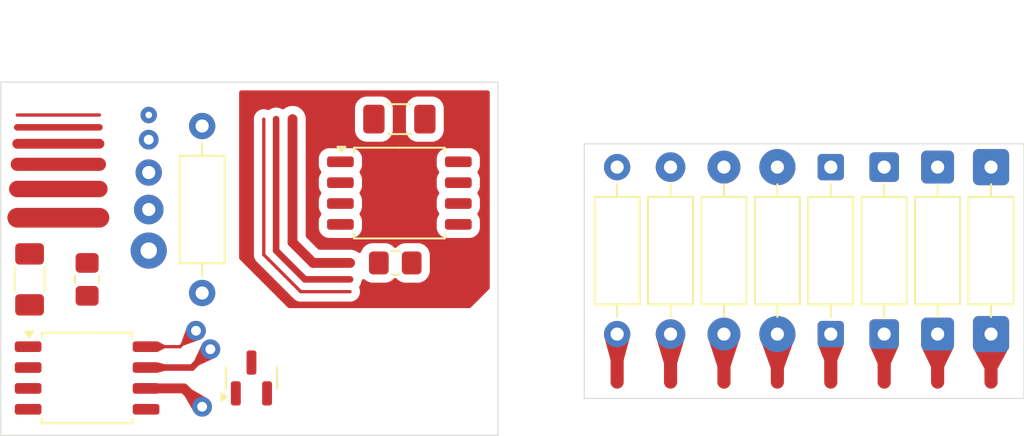
<source format=kicad_pcb>
(kicad_pcb (version 20241229) (generator "pcbnew") (generator_version "9.0")
  (layers (0 "F.Cu" signal) (2 "B.Cu" signal) (13 "F.Paste" user) (15 "B.Paste" user) (5 "F.SilkS" user "F.Silkscreen") (7 "B.SilkS" user "B.Silkscreen") (1 "F.Mask" user) (3 "B.Mask" user) (25 "Edge.Cuts" user))
  (net 0 "")
  (footprint "Resistor_SMD:R_1206_3216Metric_Pad1.30x1.75mm_HandSolder" (layer "F.Cu") (at 150.25 72.25 180)
    (property "Reference" "REF**" (hide yes))
    (property "Value" "R_1206_3216Metric_Pad1.30x1.75mm_HandSolder" (hide yes))
    (fp_line (start -0.727064 0.91) (end 0.727064 0.91) (stroke (width 0.12)) (layer "F.SilkS"))
    (fp_line (start -0.727064 -0.91) (end 0.727064 -0.91) (stroke (width 0.12)) (layer "F.SilkS"))
    (pad "1" smd roundrect (at -1.55 0 180) (size 1.3 1.75) (layers "F.Cu" "F.Mask" "F.Paste") (roundrect_rratio 0.192308))
    (pad "2" smd roundrect (at 1.55 0 180) (size 1.3 1.75) (layers "F.Cu" "F.Mask" "F.Paste") (roundrect_rratio 0.192308))
  )
  (footprint "Resistor_THT:R_Axial_DIN0207_L6.3mm_D2.5mm_P10.16mm_Horizontal" (layer "F.Cu") (at 163.5 85.33 90)
    (property "Reference" "REF**" (hide yes))
    (property "Value" "R_Axial_DIN0207_L6.3mm_D2.5mm_P10.16mm_Horizontal" (hide yes))
    (fp_line (start 9.12 0) (end 8.35 0) (stroke (width 0.12)) (layer "F.SilkS"))
    (fp_line (start 1.04 0) (end 1.81 0) (stroke (width 0.12)) (layer "F.SilkS"))
    (fp_rect (start 1.81 -1.37) (end 8.35 1.37) (stroke (width 0.12)) (fill no) (layer "F.SilkS"))
    (pad "1" thru_hole circle (at 0 0 90) (size 1.6 1.6) (drill 0.8) (layers "*.Cu" "*.Mask"))
    (pad "2" thru_hole circle (at 10.16 0 90) (size 1.6 1.6) (drill 0.8) (layers "*.Cu" "*.Mask"))
  )
  (footprint "Resistor_SMD:R_0805_2012Metric_Pad1.20x1.40mm_HandSolder" (layer "F.Cu") (at 150 81 180)
    (property "Reference" "REF**" (hide yes))
    (property "Value" "R_0805_2012Metric_Pad1.20x1.40mm_HandSolder" (hide yes))
    (fp_line (start -0.227064 0.735) (end 0.227064 0.735) (stroke (width 0.12)) (layer "F.SilkS"))
    (fp_line (start -0.227064 -0.735) (end 0.227064 -0.735) (stroke (width 0.12)) (layer "F.SilkS"))
    (pad "1" smd roundrect (at -1 0 180) (size 1.2 1.4) (layers "F.Cu" "F.Mask" "F.Paste") (roundrect_rratio 0.208333))
    (pad "2" smd roundrect (at 1 0 180) (size 1.2 1.4) (layers "F.Cu" "F.Mask" "F.Paste") (roundrect_rratio 0.208333))
  )
  (footprint "Resistor_THT:R_Axial_DIN0207_L6.3mm_D2.5mm_P10.16mm_Horizontal" (layer "F.Cu") (at 186.25 85.33 90)
    (property "Reference" "REF**" (hide yes))
    (property "Value" "R_Axial_DIN0207_L6.3mm_D2.5mm_P10.16mm_Horizontal" (hide yes))
    (fp_line (start 9.12 0) (end 8.35 0) (stroke (width 0.12)) (layer "F.SilkS"))
    (fp_line (start 1.04 0) (end 1.81 0) (stroke (width 0.12)) (layer "F.SilkS"))
    (fp_rect (start 1.81 -1.37) (end 8.35 1.37) (stroke (width 0.12)) (fill no) (layer "F.SilkS"))
    (pad "1" thru_hole roundrect (at 0 0 90) (size 2.2 2.2) (drill 0.8) (layers "*.Cu" "*.Mask") (roundrect_rratio 0.15625))
    (pad "2" thru_hole roundrect (at 10.16 0 90) (size 2.2 2.2) (drill 0.8) (layers "*.Cu" "*.Mask") (roundrect_rratio 0.15625))
  )
  (footprint "Package_SO:SOIC-8_5.3x5.3mm_P1.27mm" (layer "F.Cu") (at 150.25 76.75)
    (property "Reference" "REF**" (hide yes))
    (property "Value" "SOIC-8_5.3x5.3mm_P1.27mm" (hide yes))
    (fp_line (start -2.76 -2.76) (end -2.76 -2.49) (stroke (width 0.12)) (layer "F.SilkS"))
    (fp_line (start -2.76 2.76) (end -2.76 2.49) (stroke (width 0.12)) (layer "F.SilkS"))
    (fp_line (start 0 -2.76) (end -2.76 -2.76) (stroke (width 0.12)) (layer "F.SilkS"))
    (fp_line (start 0 -2.76) (end 2.76 -2.76) (stroke (width 0.12)) (layer "F.SilkS"))
    (fp_line (start 0 2.76) (end -2.76 2.76) (stroke (width 0.12)) (layer "F.SilkS"))
    (fp_line (start 0 2.76) (end 2.76 2.76) (stroke (width 0.12)) (layer "F.SilkS"))
    (fp_line (start 2.76 -2.76) (end 2.76 -2.49) (stroke (width 0.12)) (layer "F.SilkS"))
    (fp_line (start 2.76 2.76) (end 2.76 2.49) (stroke (width 0.12)) (layer "F.SilkS"))
    (fp_poly (pts (xy -3.525 -2.49) (xy -3.765 -2.82) (xy -3.285 -2.82)) (stroke (width 0.12)) (fill yes) (layer "F.SilkS"))
    (pad "1" smd roundrect (at -3.5875 -1.905) (size 1.625 0.65) (layers "F.Cu" "F.Mask" "F.Paste"))
    (pad "2" smd roundrect (at -3.5875 -0.635) (size 1.625 0.65) (layers "F.Cu" "F.Mask" "F.Paste"))
    (pad "3" smd roundrect (at -3.5875 0.635) (size 1.625 0.65) (layers "F.Cu" "F.Mask" "F.Paste"))
    (pad "4" smd roundrect (at -3.5875 1.905) (size 1.625 0.65) (layers "F.Cu" "F.Mask" "F.Paste"))
    (pad "5" smd roundrect (at 3.5875 1.905) (size 1.625 0.65) (layers "F.Cu" "F.Mask" "F.Paste"))
    (pad "6" smd roundrect (at 3.5875 0.635) (size 1.625 0.65) (layers "F.Cu" "F.Mask" "F.Paste"))
    (pad "7" smd roundrect (at 3.5875 -0.635) (size 1.625 0.65) (layers "F.Cu" "F.Mask" "F.Paste"))
    (pad "8" smd roundrect (at 3.5875 -1.905) (size 1.625 0.65) (layers "F.Cu" "F.Mask" "F.Paste"))
  )
  (footprint "Resistor_THT:R_Axial_DIN0207_L6.3mm_D2.5mm_P10.16mm_Horizontal" (layer "F.Cu") (at 183 85.33 90)
    (property "Reference" "REF**" (hide yes))
    (property "Value" "R_Axial_DIN0207_L6.3mm_D2.5mm_P10.16mm_Horizontal" (hide yes))
    (fp_line (start 9.12 0) (end 8.35 0) (stroke (width 0.12)) (layer "F.SilkS"))
    (fp_line (start 1.04 0) (end 1.81 0) (stroke (width 0.12)) (layer "F.SilkS"))
    (fp_rect (start 1.81 -1.37) (end 8.35 1.37) (stroke (width 0.12)) (fill no) (layer "F.SilkS"))
    (pad "1" thru_hole roundrect (at 0 0 90) (size 2 2) (drill 0.8) (layers "*.Cu" "*.Mask") (roundrect_rratio 0.15625))
    (pad "2" thru_hole roundrect (at 10.16 0 90) (size 2 2) (drill 0.8) (layers "*.Cu" "*.Mask") (roundrect_rratio 0.15625))
  )
  (footprint "Resistor_SMD:R_0805_2012Metric_Pad1.20x1.40mm_HandSolder" (layer "F.Cu") (at 131.25 82 90)
    (property "Reference" "REF**" (hide yes))
    (property "Value" "R_0805_2012Metric_Pad1.20x1.40mm_HandSolder" (hide yes))
    (fp_line (start -0.227064 -0.735) (end 0.227064 -0.735) (stroke (width 0.12)) (layer "F.SilkS"))
    (fp_line (start -0.227064 0.735) (end 0.227064 0.735) (stroke (width 0.12)) (layer "F.SilkS"))
    (pad "1" smd roundrect (at -1 0 90) (size 1.2 1.4) (layers "F.Cu" "F.Mask" "F.Paste") (roundrect_rratio 0.208333))
    (pad "2" smd roundrect (at 1 0 90) (size 1.2 1.4) (layers "F.Cu" "F.Mask" "F.Paste") (roundrect_rratio 0.208333))
  )
  (footprint "Resistor_THT:R_Axial_DIN0207_L6.3mm_D2.5mm_P10.16mm_Horizontal" (layer "F.Cu") (at 173.25 85.33 90)
    (property "Reference" "REF**" (hide yes))
    (property "Value" "R_Axial_DIN0207_L6.3mm_D2.5mm_P10.16mm_Horizontal" (hide yes))
    (fp_line (start 9.12 0) (end 8.35 0) (stroke (width 0.12)) (layer "F.SilkS"))
    (fp_line (start 1.04 0) (end 1.81 0) (stroke (width 0.12)) (layer "F.SilkS"))
    (fp_rect (start 1.81 -1.37) (end 8.35 1.37) (stroke (width 0.12)) (fill no) (layer "F.SilkS"))
    (pad "1" thru_hole circle (at 0 0 90) (size 2.2 2.2) (drill 0.8) (layers "*.Cu" "*.Mask"))
    (pad "2" thru_hole circle (at 10.16 0 90) (size 2.2 2.2) (drill 0.8) (layers "*.Cu" "*.Mask"))
  )
  (footprint "Package_SO:SOIC-8_5.3x5.3mm_P1.27mm" (layer "F.Cu") (at 131.25 88)
    (property "Reference" "REF**" (hide yes))
    (property "Value" "SOIC-8_5.3x5.3mm_P1.27mm" (hide yes))
    (fp_line (start -2.76 -2.76) (end -2.76 -2.49) (stroke (width 0.12)) (layer "F.SilkS"))
    (fp_line (start -2.76 2.76) (end -2.76 2.49) (stroke (width 0.12)) (layer "F.SilkS"))
    (fp_line (start 0 -2.76) (end -2.76 -2.76) (stroke (width 0.12)) (layer "F.SilkS"))
    (fp_line (start 0 -2.76) (end 2.76 -2.76) (stroke (width 0.12)) (layer "F.SilkS"))
    (fp_line (start 0 2.76) (end -2.76 2.76) (stroke (width 0.12)) (layer "F.SilkS"))
    (fp_line (start 0 2.76) (end 2.76 2.76) (stroke (width 0.12)) (layer "F.SilkS"))
    (fp_line (start 2.76 -2.76) (end 2.76 -2.49) (stroke (width 0.12)) (layer "F.SilkS"))
    (fp_line (start 2.76 2.76) (end 2.76 2.49) (stroke (width 0.12)) (layer "F.SilkS"))
    (fp_poly (pts (xy -3.525 -2.49) (xy -3.765 -2.82) (xy -3.285 -2.82)) (stroke (width 0.12)) (fill yes) (layer "F.SilkS"))
    (pad "1" smd roundrect (at -3.5875 -1.905) (size 1.625 0.65) (layers "F.Cu" "F.Mask" "F.Paste"))
    (pad "2" smd roundrect (at -3.5875 -0.635) (size 1.625 0.65) (layers "F.Cu" "F.Mask" "F.Paste"))
    (pad "3" smd roundrect (at -3.5875 0.635) (size 1.625 0.65) (layers "F.Cu" "F.Mask" "F.Paste"))
    (pad "4" smd roundrect (at -3.5875 1.905) (size 1.625 0.65) (layers "F.Cu" "F.Mask" "F.Paste"))
    (pad "5" smd roundrect (at 3.5875 1.905) (size 1.625 0.65) (layers "F.Cu" "F.Mask" "F.Paste"))
    (pad "6" smd roundrect (at 3.5875 0.635) (size 1.625 0.65) (layers "F.Cu" "F.Mask" "F.Paste"))
    (pad "7" smd roundrect (at 3.5875 -0.635) (size 1.625 0.65) (layers "F.Cu" "F.Mask" "F.Paste"))
    (pad "8" smd roundrect (at 3.5875 -1.905) (size 1.625 0.65) (layers "F.Cu" "F.Mask" "F.Paste"))
  )
  (footprint "Resistor_THT:R_Axial_DIN0207_L6.3mm_D2.5mm_P10.16mm_Horizontal" (layer "F.Cu") (at 179.75 85.33 90)
    (property "Reference" "REF**" (hide yes))
    (property "Value" "R_Axial_DIN0207_L6.3mm_D2.5mm_P10.16mm_Horizontal" (hide yes))
    (fp_line (start 9.12 0) (end 8.35 0) (stroke (width 0.12)) (layer "F.SilkS"))
    (fp_line (start 1.04 0) (end 1.81 0) (stroke (width 0.12)) (layer "F.SilkS"))
    (fp_rect (start 1.81 -1.37) (end 8.35 1.37) (stroke (width 0.12)) (fill no) (layer "F.SilkS"))
    (pad "1" thru_hole roundrect (at 0 0 90) (size 1.8 1.8) (drill 0.8) (layers "*.Cu" "*.Mask") (roundrect_rratio 0.15625))
    (pad "2" thru_hole roundrect (at 10.16 0 90) (size 1.8 1.8) (drill 0.8) (layers "*.Cu" "*.Mask") (roundrect_rratio 0.15625))
  )
  (footprint "Resistor_THT:R_Axial_DIN0207_L6.3mm_D2.5mm_P10.16mm_Horizontal" (layer "F.Cu") (at 170 85.33 90)
    (property "Reference" "REF**" (hide yes))
    (property "Value" "R_Axial_DIN0207_L6.3mm_D2.5mm_P10.16mm_Horizontal" (hide yes))
    (fp_line (start 9.12 0) (end 8.35 0) (stroke (width 0.12)) (layer "F.SilkS"))
    (fp_line (start 1.04 0) (end 1.81 0) (stroke (width 0.12)) (layer "F.SilkS"))
    (fp_rect (start 1.81 -1.37) (end 8.35 1.37) (stroke (width 0.12)) (fill no) (layer "F.SilkS"))
    (pad "1" thru_hole circle (at 0 0 90) (size 2 2) (drill 0.8) (layers "*.Cu" "*.Mask"))
    (pad "2" thru_hole circle (at 10.16 0 90) (size 2 2) (drill 0.8) (layers "*.Cu" "*.Mask"))
  )
  (footprint "Resistor_SMD:R_1206_3216Metric_Pad1.30x1.75mm_HandSolder" (layer "F.Cu") (at 127.75 82 90)
    (property "Reference" "REF**" (hide yes))
    (property "Value" "R_1206_3216Metric_Pad1.30x1.75mm_HandSolder" (hide yes))
    (fp_line (start -0.727064 -0.91) (end 0.727064 -0.91) (stroke (width 0.12)) (layer "F.SilkS"))
    (fp_line (start -0.727064 0.91) (end 0.727064 0.91) (stroke (width 0.12)) (layer "F.SilkS"))
    (pad "1" smd roundrect (at -1.55 0 90) (size 1.3 1.75) (layers "F.Cu" "F.Mask" "F.Paste") (roundrect_rratio 0.192308))
    (pad "2" smd roundrect (at 1.55 0 90) (size 1.3 1.75) (layers "F.Cu" "F.Mask" "F.Paste") (roundrect_rratio 0.192308))
  )
  (footprint "Resistor_THT:R_Axial_DIN0207_L6.3mm_D2.5mm_P10.16mm_Horizontal" (layer "F.Cu") (at 176.5 85.33 90)
    (property "Reference" "REF**" (hide yes))
    (property "Value" "R_Axial_DIN0207_L6.3mm_D2.5mm_P10.16mm_Horizontal" (hide yes))
    (fp_line (start 9.12 0) (end 8.35 0) (stroke (width 0.12)) (layer "F.SilkS") (net 1))
    (fp_line (start 1.04 0) (end 1.81 0) (stroke (width 0.12)) (layer "F.SilkS") (net 1))
    (fp_rect (start 1.81 -1.37) (end 8.35 1.37) (stroke (width 0.12)) (fill no) (layer "F.SilkS") (net 1))
    (pad "1" thru_hole roundrect (at 0 0 90) (size 1.6 1.6) (drill 0.8) (layers "*.Cu" "*.Mask") (roundrect_rratio 0.15625))
    (pad "2" thru_hole roundrect (at 10.16 0 90) (size 1.6 1.6) (drill 0.8) (layers "*.Cu" "*.Mask") (roundrect_rratio 0.15625))
  )
  (footprint "Package_TO_SOT_SMD:SOT-23" (layer "F.Cu") (at 141.25 88 90)
    (property "Reference" "REF**" (hide yes))
    (property "Value" "SOT-23" (hide yes))
    (fp_line (start 0 -1.56) (end 0.65 -1.56) (stroke (width 0.12)) (layer "F.SilkS"))
    (fp_line (start 0 -1.56) (end -0.65 -1.56) (stroke (width 0.12)) (layer "F.SilkS"))
    (fp_line (start 0 1.56) (end 0.65 1.56) (stroke (width 0.12)) (layer "F.SilkS"))
    (fp_line (start 0 1.56) (end -0.65 1.56) (stroke (width 0.12)) (layer "F.SilkS"))
    (fp_poly (pts (xy -1.1625 -1.51) (xy -1.4025 -1.84) (xy -0.9225 -1.84)) (stroke (width 0.12)) (fill yes) (layer "F.SilkS"))
    (pad "1" smd roundrect (at -0.9375 -0.95 90) (size 1.475 0.6) (layers "F.Cu" "F.Mask" "F.Paste"))
    (pad "2" smd roundrect (at -0.9375 0.95 90) (size 1.475 0.6) (layers "F.Cu" "F.Mask" "F.Paste"))
    (pad "3" smd roundrect (at 0.9375 0 90) (size 1.475 0.6) (layers "F.Cu" "F.Mask" "F.Paste"))
  )
  (footprint "Resistor_THT:R_Axial_DIN0207_L6.3mm_D2.5mm_P10.16mm_Horizontal" (layer "F.Cu") (at 138.25 82.83 90)
    (property "Reference" "REF**" (hide yes))
    (property "Value" "R_Axial_DIN0207_L6.3mm_D2.5mm_P10.16mm_Horizontal" (hide yes))
    (fp_line (start 9.12 0) (end 8.35 0) (stroke (width 0.12)) (layer "F.SilkS"))
    (fp_line (start 1.04 0) (end 1.81 0) (stroke (width 0.12)) (layer "F.SilkS"))
    (fp_rect (start 1.81 -1.37) (end 8.35 1.37) (stroke (width 0.12)) (fill no) (layer "F.SilkS"))
    (pad "1" thru_hole circle (at 0 0 90) (size 1.6 1.6) (drill 0.8) (layers "*.Cu" "*.Mask"))
    (pad "2" thru_hole circle (at 10.16 0 90) (size 1.6 1.6) (drill 0.8) (layers "*.Cu" "*.Mask"))
  )
  (footprint "Resistor_THT:R_Axial_DIN0207_L6.3mm_D2.5mm_P10.16mm_Horizontal" (layer "F.Cu") (at 166.75 85.33 90)
    (property "Reference" "REF**" (hide yes))
    (property "Value" "R_Axial_DIN0207_L6.3mm_D2.5mm_P10.16mm_Horizontal" (hide yes))
    (fp_line (start 9.12 0) (end 8.35 0) (stroke (width 0.12)) (layer "F.SilkS"))
    (fp_line (start 1.04 0) (end 1.81 0) (stroke (width 0.12)) (layer "F.SilkS"))
    (fp_rect (start 1.81 -1.37) (end 8.35 1.37) (stroke (width 0.12)) (fill no) (layer "F.SilkS"))
    (pad "1" thru_hole circle (at 0 0 90) (size 1.8 1.8) (drill 0.8) (layers "*.Cu" "*.Mask"))
    (pad "2" thru_hole circle (at 10.16 0 90) (size 1.8 1.8) (drill 0.8) (layers "*.Cu" "*.Mask"))
  )
  (gr_rect (start 126 70) (end 156.25 91.5) (stroke (width 0.05)) (fill no) (layer "Edge.Cuts"))
  (gr_rect (start 161.5 73.75) (end 188.25 89.25) (stroke (width 0.05)) (fill no) (layer "Edge.Cuts"))
  (segment (start 143.75 72.25) (end 143.75 79.75) (width 0.6) (layer "F.Cu") (net 0))
  (segment (start 127 75) (end 132 75) (width 0.8) (layer "F.Cu") (net 0))
  (segment (start 127 78.25) (end 132 78.25) (width 1.2) (layer "F.Cu") (net 0))
  (segment (start 127 72) (end 132 72) (width 0.2) (layer "F.Cu") (net 0))
  (segment (start 176.5 85.33) (end 176.5 88.25) (width 0.8) (layer "F.Cu") (net 0))
  (segment (start 137.875 85.125) (end 136.905 86.095) (width 0.2) (layer "F.Cu") (net 0))
  (segment (start 183 85.33) (end 183 88.25) (width 0.8) (layer "F.Cu") (net 0))
  (segment (start 144.5 82) (end 147.25 82) (width 0.4) (layer "F.Cu") (net 0))
  (segment (start 173.25 85.33) (end 173.25 88.25) (width 0.8) (layer "F.Cu") (net 0))
  (segment (start 137.135 88.635) (end 134.8375 88.635) (width 0.6) (layer "F.Cu") (net 0))
  (segment (start 142.75 80.25) (end 144.5 82) (width 0.4) (layer "F.Cu") (net 0))
  (segment (start 137.635 87.365) (end 134.8375 87.365) (width 0.4) (layer "F.Cu") (net 0))
  (segment (start 145 81) (end 147.25 81) (width 0.6) (layer "F.Cu") (net 0))
  (segment (start 142.75 72.25) (end 142.75 80.25) (width 0.4) (layer "F.Cu") (net 0))
  (segment (start 186.25 85.33) (end 186.25 88.25) (width 0.8) (layer "F.Cu") (net 0))
  (segment (start 163.5 85.33) (end 163.5 88.25) (width 0.8) (layer "F.Cu") (net 0))
  (segment (start 127 72.75) (end 132 72.75) (width 0.4) (layer "F.Cu") (net 0))
  (segment (start 179.75 85.33) (end 179.75 88.25) (width 0.8) (layer "F.Cu") (net 0))
  (segment (start 142 72.25) (end 142 80.5) (width 0.2) (layer "F.Cu") (net 0))
  (segment (start 143.75 79.75) (end 145 81) (width 0.6) (layer "F.Cu") (net 0))
  (segment (start 136.905 86.095) (end 134.8375 86.095) (width 0.2) (layer "F.Cu") (net 0))
  (segment (start 127 76.5) (end 132 76.5) (width 1) (layer "F.Cu") (net 0))
  (segment (start 138.25 89.75) (end 137.135 88.635) (width 0.6) (layer "F.Cu") (net 0))
  (segment (start 166.75 85.33) (end 166.75 88.25) (width 0.8) (layer "F.Cu") (net 0))
  (segment (start 127 73.75) (end 132 73.75) (width 0.6) (layer "F.Cu") (net 0))
  (segment (start 142 80.5) (end 144.25 82.75) (width 0.2) (layer "F.Cu") (net 0))
  (segment (start 170 85.33) (end 170 88.25) (width 0.8) (layer "F.Cu") (net 0))
  (segment (start 138.75 86.25) (end 137.635 87.365) (width 0.4) (layer "F.Cu") (net 0))
  (segment (start 144.25 82.75) (end 147.25 82.75) (width 0.2) (layer "F.Cu") (net 0))
  (via (at 135 72) (size 1) (drill 0.4) (layers "F.Cu" "B.Cu") (net 0))
  (via (at 138.75 86.25) (size 1.2) (drill 0.6) (layers "F.Cu" "B.Cu") (net 0))
  (via (at 135 75.5) (size 1.6) (drill 0.8) (layers "F.Cu" "B.Cu") (net 0))
  (via (at 135 80.25) (size 2.2) (drill 1) (layers "F.Cu" "B.Cu") (net 0))
  (via (at 138.25 89.75) (size 1.2) (drill 0.6) (layers "F.Cu" "B.Cu") (net 0))
  (via (at 135 73.5) (size 1.2) (drill 0.6) (layers "F.Cu" "B.Cu") (net 0))
  (via (at 137.875 85.125) (size 1.2) (drill 0.6) (layers "F.Cu" "B.Cu") (net 0))
  (via (at 135 77.75) (size 1.8) (drill 0.8) (layers "F.Cu" "B.Cu") (net 0))
  (zone (net 0) (net_name "") (layer "F.Cu") (connect_pads (clearance 0.5)) (min_thickness 0.25) (fill yes (thermal_gap 0.5) (thermal_bridge_width 0.5) (island_removal_mode 1) (island_area_min 10))
    (polygon (pts (xy 156.25 70) (xy 140.5 70) (xy 140.5 80.75) (xy 143.5 83.75) (xy 154.5625 83.75) (xy 156.25 82.0625)))
  )
)
</source>
